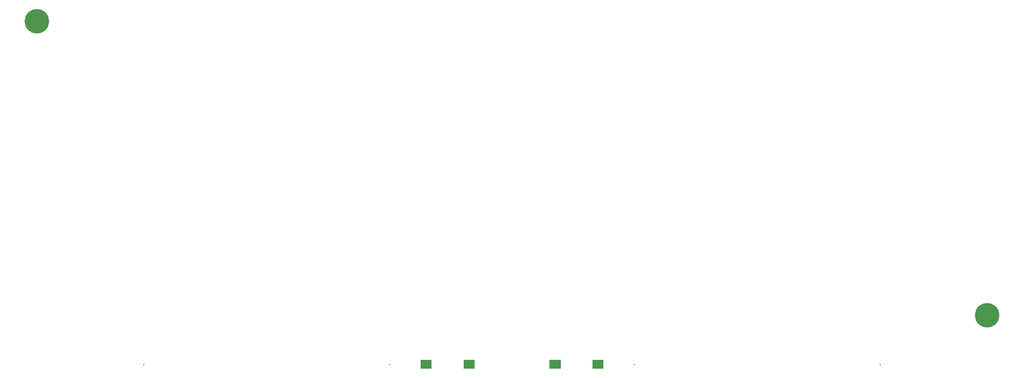
<source format=gts>
G04 Layer_Color=8388736*
%FSLAX25Y25*%
%MOIN*%
G70*
G01*
G75*
%ADD44C,0.15748*%
%ADD45C,0.00800*%
D44*
X305118Y31496D02*
D03*
X-305118Y220472D02*
D03*
D45*
X236221Y0D02*
D03*
X78740D02*
D03*
X-78740D02*
D03*
X-236221D02*
D03*
X-51818Y-2600D02*
D03*
X-52218D02*
D03*
X-52618D02*
D03*
X-53018D02*
D03*
X-53418D02*
D03*
X-53818D02*
D03*
X-54218D02*
D03*
X-54618D02*
D03*
X-55018D02*
D03*
X-55418D02*
D03*
X-55818D02*
D03*
X-56218D02*
D03*
X-56618D02*
D03*
X-57018D02*
D03*
X-57418D02*
D03*
X-57818D02*
D03*
X-58268D02*
D03*
X-51818Y-2300D02*
D03*
X-52218D02*
D03*
X-52618D02*
D03*
X-53018D02*
D03*
X-53418D02*
D03*
X-53818D02*
D03*
X-54218D02*
D03*
X-54618D02*
D03*
X-55018D02*
D03*
X-55418D02*
D03*
X-55818D02*
D03*
X-56218D02*
D03*
X-56618D02*
D03*
X-57018D02*
D03*
X-57418D02*
D03*
X-57818D02*
D03*
X-58268D02*
D03*
X-51818Y-1700D02*
D03*
X-52218D02*
D03*
X-52618D02*
D03*
X-53018D02*
D03*
X-53418D02*
D03*
X-53818D02*
D03*
X-54218D02*
D03*
X-54618D02*
D03*
X-55018D02*
D03*
X-55418D02*
D03*
X-55818D02*
D03*
X-56218D02*
D03*
X-56618D02*
D03*
X-57018D02*
D03*
X-57418D02*
D03*
X-57818D02*
D03*
X-58268D02*
D03*
X-51818Y-1100D02*
D03*
X-52218D02*
D03*
X-52618D02*
D03*
X-53018D02*
D03*
X-53418D02*
D03*
X-53818D02*
D03*
X-54218D02*
D03*
X-54618D02*
D03*
X-55018D02*
D03*
X-55418D02*
D03*
X-55818D02*
D03*
X-56218D02*
D03*
X-56618D02*
D03*
X-57018D02*
D03*
X-57418D02*
D03*
X-57818D02*
D03*
X-58268D02*
D03*
X-51818Y-500D02*
D03*
X-52218D02*
D03*
X-52618D02*
D03*
X-53018D02*
D03*
X-53418D02*
D03*
X-53818D02*
D03*
X-54218D02*
D03*
X-54618D02*
D03*
X-55018D02*
D03*
X-55418D02*
D03*
X-55818D02*
D03*
X-56218D02*
D03*
X-56618D02*
D03*
X-57018D02*
D03*
X-57418D02*
D03*
X-57818D02*
D03*
X-58268D02*
D03*
X-51818Y100D02*
D03*
X-52218D02*
D03*
X-52618D02*
D03*
X-53018D02*
D03*
X-53418D02*
D03*
X-53818D02*
D03*
X-54218D02*
D03*
X-54618D02*
D03*
X-55018D02*
D03*
X-55418D02*
D03*
X-55818D02*
D03*
X-56218D02*
D03*
X-56618D02*
D03*
X-57018D02*
D03*
X-57418D02*
D03*
X-57818D02*
D03*
X-58268D02*
D03*
X-51818Y700D02*
D03*
X-52218D02*
D03*
X-52618D02*
D03*
X-53018D02*
D03*
X-53418D02*
D03*
X-53818D02*
D03*
X-54218D02*
D03*
X-54618D02*
D03*
X-55018D02*
D03*
X-55418D02*
D03*
X-55818D02*
D03*
X-56218D02*
D03*
X-56618D02*
D03*
X-57018D02*
D03*
X-57418D02*
D03*
X-57818D02*
D03*
X-58268D02*
D03*
X-51818Y1300D02*
D03*
X-52218D02*
D03*
X-52618D02*
D03*
X-53018D02*
D03*
X-53418D02*
D03*
X-53818D02*
D03*
X-54218D02*
D03*
X-54618D02*
D03*
X-55018D02*
D03*
X-55418D02*
D03*
X-55818D02*
D03*
X-56218D02*
D03*
X-56618D02*
D03*
X-57018D02*
D03*
X-57418D02*
D03*
X-57818D02*
D03*
X-58268D02*
D03*
X-51818Y1900D02*
D03*
X-52218D02*
D03*
X-52618D02*
D03*
X-53018D02*
D03*
X-53418D02*
D03*
X-53818D02*
D03*
X-54218D02*
D03*
X-54618D02*
D03*
X-55018D02*
D03*
X-55418D02*
D03*
X-55818D02*
D03*
X-56218D02*
D03*
X-56618D02*
D03*
X-57018D02*
D03*
X-57418D02*
D03*
X-57818D02*
D03*
X-58268D02*
D03*
Y2600D02*
D03*
X-57818D02*
D03*
X-57418D02*
D03*
X-57018D02*
D03*
X-56618D02*
D03*
X-56218D02*
D03*
X-55818D02*
D03*
X-55418D02*
D03*
X-55018D02*
D03*
X-54618D02*
D03*
X-54218D02*
D03*
X-53818D02*
D03*
X-53418D02*
D03*
X-53018D02*
D03*
X-52618D02*
D03*
X-52218D02*
D03*
X-51818D02*
D03*
X30859Y-2600D02*
D03*
X30459D02*
D03*
X30059D02*
D03*
X29659D02*
D03*
X29259D02*
D03*
X28859D02*
D03*
X28459D02*
D03*
X28059D02*
D03*
X27659D02*
D03*
X27259D02*
D03*
X26859D02*
D03*
X26459D02*
D03*
X26059D02*
D03*
X25659D02*
D03*
X25259D02*
D03*
X24859D02*
D03*
X24409D02*
D03*
X30859Y-2300D02*
D03*
X30459D02*
D03*
X30059D02*
D03*
X29659D02*
D03*
X29259D02*
D03*
X28859D02*
D03*
X28459D02*
D03*
X28059D02*
D03*
X27659D02*
D03*
X27259D02*
D03*
X26859D02*
D03*
X26459D02*
D03*
X26059D02*
D03*
X25659D02*
D03*
X25259D02*
D03*
X24859D02*
D03*
X24409D02*
D03*
X30859Y-1700D02*
D03*
X30459D02*
D03*
X30059D02*
D03*
X29659D02*
D03*
X29259D02*
D03*
X28859D02*
D03*
X28459D02*
D03*
X28059D02*
D03*
X27659D02*
D03*
X27259D02*
D03*
X26859D02*
D03*
X26459D02*
D03*
X26059D02*
D03*
X25659D02*
D03*
X25259D02*
D03*
X24859D02*
D03*
X24409D02*
D03*
X30859Y-1100D02*
D03*
X30459D02*
D03*
X30059D02*
D03*
X29659D02*
D03*
X29259D02*
D03*
X28859D02*
D03*
X28459D02*
D03*
X28059D02*
D03*
X27659D02*
D03*
X27259D02*
D03*
X26859D02*
D03*
X26459D02*
D03*
X26059D02*
D03*
X25659D02*
D03*
X25259D02*
D03*
X24859D02*
D03*
X24409D02*
D03*
X30859Y-500D02*
D03*
X30459D02*
D03*
X30059D02*
D03*
X29659D02*
D03*
X29259D02*
D03*
X28859D02*
D03*
X28459D02*
D03*
X28059D02*
D03*
X27659D02*
D03*
X27259D02*
D03*
X26859D02*
D03*
X26459D02*
D03*
X26059D02*
D03*
X25659D02*
D03*
X25259D02*
D03*
X24859D02*
D03*
X24409D02*
D03*
X30859Y100D02*
D03*
X30459D02*
D03*
X30059D02*
D03*
X29659D02*
D03*
X29259D02*
D03*
X28859D02*
D03*
X28459D02*
D03*
X28059D02*
D03*
X27659D02*
D03*
X27259D02*
D03*
X26859D02*
D03*
X26459D02*
D03*
X26059D02*
D03*
X25659D02*
D03*
X25259D02*
D03*
X24859D02*
D03*
X24409D02*
D03*
X30859Y700D02*
D03*
X30459D02*
D03*
X30059D02*
D03*
X29659D02*
D03*
X29259D02*
D03*
X28859D02*
D03*
X28459D02*
D03*
X28059D02*
D03*
X27659D02*
D03*
X27259D02*
D03*
X26859D02*
D03*
X26459D02*
D03*
X26059D02*
D03*
X25659D02*
D03*
X25259D02*
D03*
X24859D02*
D03*
X24409D02*
D03*
X30859Y1300D02*
D03*
X30459D02*
D03*
X30059D02*
D03*
X29659D02*
D03*
X29259D02*
D03*
X28859D02*
D03*
X28459D02*
D03*
X28059D02*
D03*
X27659D02*
D03*
X27259D02*
D03*
X26859D02*
D03*
X26459D02*
D03*
X26059D02*
D03*
X25659D02*
D03*
X25259D02*
D03*
X24859D02*
D03*
X24409D02*
D03*
X30859Y1900D02*
D03*
X30459D02*
D03*
X30059D02*
D03*
X29659D02*
D03*
X29259D02*
D03*
X28859D02*
D03*
X28459D02*
D03*
X28059D02*
D03*
X27659D02*
D03*
X27259D02*
D03*
X26859D02*
D03*
X26459D02*
D03*
X26059D02*
D03*
X25659D02*
D03*
X25259D02*
D03*
X24859D02*
D03*
X24409D02*
D03*
Y2600D02*
D03*
X24859D02*
D03*
X25259D02*
D03*
X25659D02*
D03*
X26059D02*
D03*
X26459D02*
D03*
X26859D02*
D03*
X27259D02*
D03*
X27659D02*
D03*
X28059D02*
D03*
X28459D02*
D03*
X28859D02*
D03*
X29259D02*
D03*
X29659D02*
D03*
X30059D02*
D03*
X30459D02*
D03*
X30859D02*
D03*
X58418Y-2600D02*
D03*
X58018D02*
D03*
X57618D02*
D03*
X57218D02*
D03*
X56818D02*
D03*
X56418D02*
D03*
X56018D02*
D03*
X55618D02*
D03*
X55218D02*
D03*
X54818D02*
D03*
X54418D02*
D03*
X54018D02*
D03*
X53618D02*
D03*
X53218D02*
D03*
X52818D02*
D03*
X52418D02*
D03*
X51968D02*
D03*
X58418Y-2300D02*
D03*
X58018D02*
D03*
X57618D02*
D03*
X57218D02*
D03*
X56818D02*
D03*
X56418D02*
D03*
X56018D02*
D03*
X55618D02*
D03*
X55218D02*
D03*
X54818D02*
D03*
X54418D02*
D03*
X54018D02*
D03*
X53618D02*
D03*
X53218D02*
D03*
X52818D02*
D03*
X52418D02*
D03*
X51968D02*
D03*
X58418Y-1700D02*
D03*
X58018D02*
D03*
X57618D02*
D03*
X57218D02*
D03*
X56818D02*
D03*
X56418D02*
D03*
X56018D02*
D03*
X55618D02*
D03*
X55218D02*
D03*
X54818D02*
D03*
X54418D02*
D03*
X54018D02*
D03*
X53618D02*
D03*
X53218D02*
D03*
X52818D02*
D03*
X52418D02*
D03*
X51968D02*
D03*
X58418Y-1100D02*
D03*
X58018D02*
D03*
X57618D02*
D03*
X57218D02*
D03*
X56818D02*
D03*
X56418D02*
D03*
X56018D02*
D03*
X55618D02*
D03*
X55218D02*
D03*
X54818D02*
D03*
X54418D02*
D03*
X54018D02*
D03*
X53618D02*
D03*
X53218D02*
D03*
X52818D02*
D03*
X52418D02*
D03*
X51968D02*
D03*
X58418Y-500D02*
D03*
X58018D02*
D03*
X57618D02*
D03*
X57218D02*
D03*
X56818D02*
D03*
X56418D02*
D03*
X56018D02*
D03*
X55618D02*
D03*
X55218D02*
D03*
X54818D02*
D03*
X54418D02*
D03*
X54018D02*
D03*
X53618D02*
D03*
X53218D02*
D03*
X52818D02*
D03*
X52418D02*
D03*
X51968D02*
D03*
X58418Y100D02*
D03*
X58018D02*
D03*
X57618D02*
D03*
X57218D02*
D03*
X56818D02*
D03*
X56418D02*
D03*
X56018D02*
D03*
X55618D02*
D03*
X55218D02*
D03*
X54818D02*
D03*
X54418D02*
D03*
X54018D02*
D03*
X53618D02*
D03*
X53218D02*
D03*
X52818D02*
D03*
X52418D02*
D03*
X51968D02*
D03*
X58418Y700D02*
D03*
X58018D02*
D03*
X57618D02*
D03*
X57218D02*
D03*
X56818D02*
D03*
X56418D02*
D03*
X56018D02*
D03*
X55618D02*
D03*
X55218D02*
D03*
X54818D02*
D03*
X54418D02*
D03*
X54018D02*
D03*
X53618D02*
D03*
X53218D02*
D03*
X52818D02*
D03*
X52418D02*
D03*
X51968D02*
D03*
X58418Y1300D02*
D03*
X58018D02*
D03*
X57618D02*
D03*
X57218D02*
D03*
X56818D02*
D03*
X56418D02*
D03*
X56018D02*
D03*
X55618D02*
D03*
X55218D02*
D03*
X54818D02*
D03*
X54418D02*
D03*
X54018D02*
D03*
X53618D02*
D03*
X53218D02*
D03*
X52818D02*
D03*
X52418D02*
D03*
X51968D02*
D03*
X58418Y1900D02*
D03*
X58018D02*
D03*
X57618D02*
D03*
X57218D02*
D03*
X56818D02*
D03*
X56418D02*
D03*
X56018D02*
D03*
X55618D02*
D03*
X55218D02*
D03*
X54818D02*
D03*
X54418D02*
D03*
X54018D02*
D03*
X53618D02*
D03*
X53218D02*
D03*
X52818D02*
D03*
X52418D02*
D03*
X51968D02*
D03*
Y2600D02*
D03*
X52418D02*
D03*
X52818D02*
D03*
X53218D02*
D03*
X53618D02*
D03*
X54018D02*
D03*
X54418D02*
D03*
X54818D02*
D03*
X55218D02*
D03*
X55618D02*
D03*
X56018D02*
D03*
X56418D02*
D03*
X56818D02*
D03*
X57218D02*
D03*
X57618D02*
D03*
X58018D02*
D03*
X58418D02*
D03*
X-24259D02*
D03*
X-24659D02*
D03*
X-25059D02*
D03*
X-25459D02*
D03*
X-25859D02*
D03*
X-26259D02*
D03*
X-26659D02*
D03*
X-27059D02*
D03*
X-27459D02*
D03*
X-27859D02*
D03*
X-28259D02*
D03*
X-28659D02*
D03*
X-29059D02*
D03*
X-29459D02*
D03*
X-29859D02*
D03*
X-30259D02*
D03*
X-30709D02*
D03*
Y1900D02*
D03*
X-30259D02*
D03*
X-29859D02*
D03*
X-29459D02*
D03*
X-29059D02*
D03*
X-28659D02*
D03*
X-28259D02*
D03*
X-27859D02*
D03*
X-27459D02*
D03*
X-27059D02*
D03*
X-26659D02*
D03*
X-26259D02*
D03*
X-25859D02*
D03*
X-25459D02*
D03*
X-25059D02*
D03*
X-24659D02*
D03*
X-24259D02*
D03*
X-30709Y1300D02*
D03*
X-30259D02*
D03*
X-29859D02*
D03*
X-29459D02*
D03*
X-29059D02*
D03*
X-28659D02*
D03*
X-28259D02*
D03*
X-27859D02*
D03*
X-27459D02*
D03*
X-27059D02*
D03*
X-26659D02*
D03*
X-26259D02*
D03*
X-25859D02*
D03*
X-25459D02*
D03*
X-25059D02*
D03*
X-24659D02*
D03*
X-24259D02*
D03*
X-30709Y700D02*
D03*
X-30259D02*
D03*
X-29859D02*
D03*
X-29459D02*
D03*
X-29059D02*
D03*
X-28659D02*
D03*
X-28259D02*
D03*
X-27859D02*
D03*
X-27459D02*
D03*
X-27059D02*
D03*
X-26659D02*
D03*
X-26259D02*
D03*
X-25859D02*
D03*
X-25459D02*
D03*
X-25059D02*
D03*
X-24659D02*
D03*
X-24259D02*
D03*
X-30709Y100D02*
D03*
X-30259D02*
D03*
X-29859D02*
D03*
X-29459D02*
D03*
X-29059D02*
D03*
X-28659D02*
D03*
X-28259D02*
D03*
X-27859D02*
D03*
X-27459D02*
D03*
X-27059D02*
D03*
X-26659D02*
D03*
X-26259D02*
D03*
X-25859D02*
D03*
X-25459D02*
D03*
X-25059D02*
D03*
X-24659D02*
D03*
X-24259D02*
D03*
X-30709Y-500D02*
D03*
X-30259D02*
D03*
X-29859D02*
D03*
X-29459D02*
D03*
X-29059D02*
D03*
X-28659D02*
D03*
X-28259D02*
D03*
X-27859D02*
D03*
X-27459D02*
D03*
X-27059D02*
D03*
X-26659D02*
D03*
X-26259D02*
D03*
X-25859D02*
D03*
X-25459D02*
D03*
X-25059D02*
D03*
X-24659D02*
D03*
X-24259D02*
D03*
X-30709Y-1100D02*
D03*
X-30259D02*
D03*
X-29859D02*
D03*
X-29459D02*
D03*
X-29059D02*
D03*
X-28659D02*
D03*
X-28259D02*
D03*
X-27859D02*
D03*
X-27459D02*
D03*
X-27059D02*
D03*
X-26659D02*
D03*
X-26259D02*
D03*
X-25859D02*
D03*
X-25459D02*
D03*
X-25059D02*
D03*
X-24659D02*
D03*
X-24259D02*
D03*
X-30709Y-1700D02*
D03*
X-30259D02*
D03*
X-29859D02*
D03*
X-29459D02*
D03*
X-29059D02*
D03*
X-28659D02*
D03*
X-28259D02*
D03*
X-27859D02*
D03*
X-27459D02*
D03*
X-27059D02*
D03*
X-26659D02*
D03*
X-26259D02*
D03*
X-25859D02*
D03*
X-25459D02*
D03*
X-25059D02*
D03*
X-24659D02*
D03*
X-24259D02*
D03*
X-30709Y-2300D02*
D03*
X-30259D02*
D03*
X-29859D02*
D03*
X-29459D02*
D03*
X-29059D02*
D03*
X-28659D02*
D03*
X-28259D02*
D03*
X-27859D02*
D03*
X-27459D02*
D03*
X-27059D02*
D03*
X-26659D02*
D03*
X-26259D02*
D03*
X-25859D02*
D03*
X-25459D02*
D03*
X-25059D02*
D03*
X-24659D02*
D03*
X-24259D02*
D03*
X-30709Y-2600D02*
D03*
X-30259D02*
D03*
X-29859D02*
D03*
X-29459D02*
D03*
X-29059D02*
D03*
X-28659D02*
D03*
X-28259D02*
D03*
X-27859D02*
D03*
X-27459D02*
D03*
X-27059D02*
D03*
X-26659D02*
D03*
X-26259D02*
D03*
X-25859D02*
D03*
X-25459D02*
D03*
X-25059D02*
D03*
X-24659D02*
D03*
X-24259D02*
D03*
M02*

</source>
